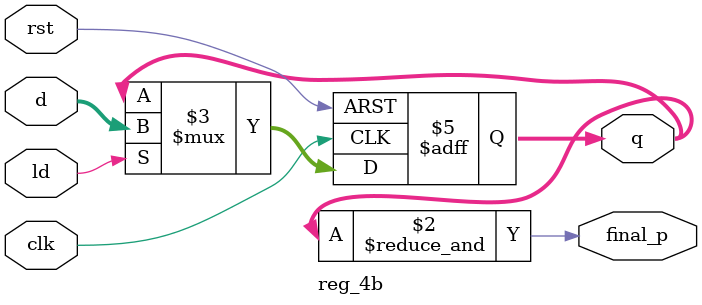
<source format=sv>
module reg_4b(input [3:0] d,input ld, clk, rst , output reg [3:0]q, output final_p);

always @(posedge clk, posedge rst) begin
	if (rst)
		q <= 4'b0000;
	else if (ld)
		q <= d;
end

assign final_p = (&(q));
endmodule
</source>
